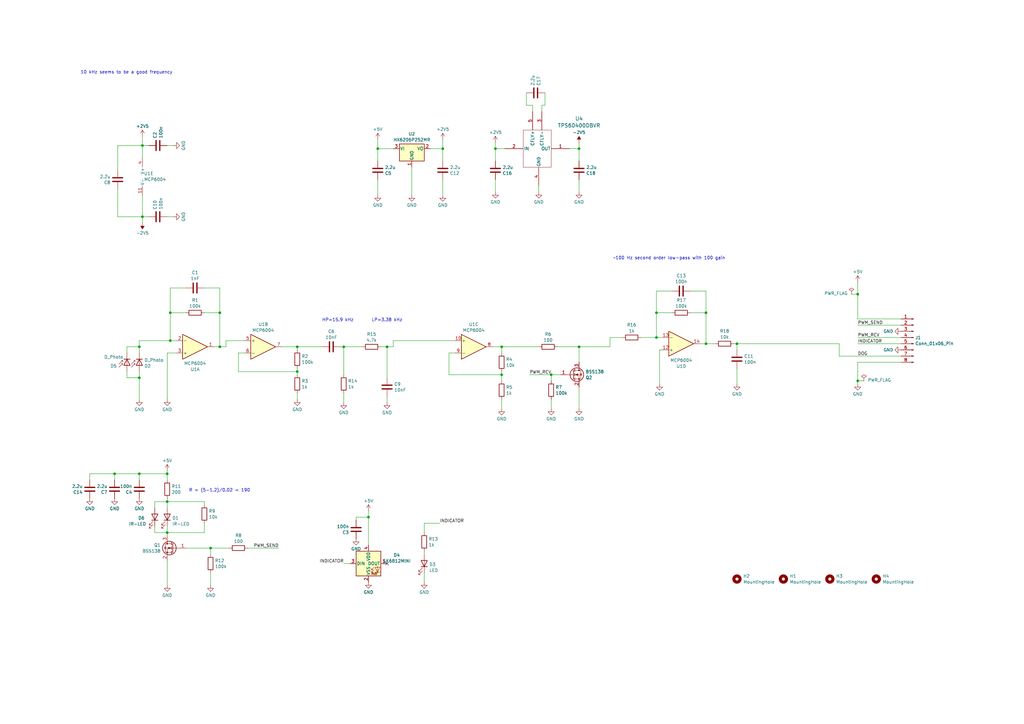
<source format=kicad_sch>
(kicad_sch (version 20231120) (generator "eeschema") (generator_version "8.0")
  (paper "A3")
  (title_block (date "2024-01-23") (rev "A1"))
  (lib_symbols
    (symbol "Amplifier_Operational:MCP6004" (pin_names (offset 0.127))
      (property "Reference" "U" (at 0 5.08 0))
      (property "Value" "MCP6004" (at 0 -5.08 0))
      (symbol "MCP6004_1_1"
        (polyline (pts (xy -5.08 5.08) (xy 5.08 0) (xy -5.08 -5.08) (xy -5.08 5.08)) (stroke (width 0.254)) (fill (type background)))
        (pin output line (at 7.62 0 180) (length 2.54) (name "~") (number "1"))
        (pin input line (at -7.62 -2.54 0) (length 2.54) (name "-") (number "2"))
        (pin input line (at -7.62 2.54 0) (length 2.54) (name "+") (number "3"))
      )
      (symbol "MCP6004_2_1"
        (polyline (pts (xy -5.08 5.08) (xy 5.08 0) (xy -5.08 -5.08) (xy -5.08 5.08)) (stroke (width 0.254)) (fill (type background)))
        (pin input line (at -7.62 2.54 0) (length 2.54) (name "+") (number "5"))
        (pin input line (at -7.62 -2.54 0) (length 2.54) (name "-") (number "6"))
        (pin output line (at 7.62 0 180) (length 2.54) (name "~") (number "7"))
      )
      (symbol "MCP6004_3_1"
        (polyline (pts (xy -5.08 5.08) (xy 5.08 0) (xy -5.08 -5.08) (xy -5.08 5.08)) (stroke (width 0.254)) (fill (type background)))
        (pin input line (at -7.62 2.54 0) (length 2.54) (name "+") (number "10"))
        (pin output line (at 7.62 0 180) (length 2.54) (name "~") (number "8"))
        (pin input line (at -7.62 -2.54 0) (length 2.54) (name "-") (number "9"))
      )
      (symbol "MCP6004_4_1"
        (polyline (pts (xy -5.08 5.08) (xy 5.08 0) (xy -5.08 -5.08) (xy -5.08 5.08)) (stroke (width 0.254)) (fill (type background)))
        (pin input line (at -7.62 2.54 0) (length 2.54) (name "+") (number "12"))
        (pin input line (at -7.62 -2.54 0) (length 2.54) (name "-") (number "13"))
        (pin output line (at 7.62 0 180) (length 2.54) (name "~") (number "14"))
      )
      (symbol "MCP6004_5_1"
        (pin power_in line (at -2.54 -7.62 90) (length 3.81) (name "V-") (number "11"))
        (pin power_in line (at -2.54 7.62 270) (length 3.81) (name "V+") (number "4"))
      )
    )
    (symbol "Connector:Conn_01x08_Pin" (pin_names (offset 1.016) hide)
      (property "Reference" "J" (at 0 10.16 0))
      (property "Value" "Conn_01x08_Pin" (at 0 -12.7 0))
      (symbol "Conn_01x08_Pin_1_1"
        (polyline (pts (xy 1.27 -10.16) (xy 0.8636 -10.16)) (stroke (width 0.1524)))
        (polyline (pts (xy 1.27 -7.62) (xy 0.8636 -7.62)) (stroke (width 0.1524)))
        (polyline (pts (xy 1.27 -5.08) (xy 0.8636 -5.08)) (stroke (width 0.1524)))
        (polyline (pts (xy 1.27 -2.54) (xy 0.8636 -2.54)) (stroke (width 0.1524)))
        (polyline (pts (xy 1.27 0) (xy 0.8636 0)) (stroke (width 0.1524)))
        (polyline (pts (xy 1.27 2.54) (xy 0.8636 2.54)) (stroke (width 0.1524)))
        (polyline (pts (xy 1.27 5.08) (xy 0.8636 5.08)) (stroke (width 0.1524)))
        (polyline (pts (xy 1.27 7.62) (xy 0.8636 7.62)) (stroke (width 0.1524)))
        (rectangle (start 0.8636 -10.033) (end 0 -10.287) (stroke (width 0.1524)) (fill (type outline)))
        (rectangle (start 0.8636 -7.493) (end 0 -7.747) (stroke (width 0.1524)) (fill (type outline)))
        (rectangle (start 0.8636 -4.953) (end 0 -5.207) (stroke (width 0.1524)) (fill (type outline)))
        (rectangle (start 0.8636 -2.413) (end 0 -2.667) (stroke (width 0.1524)) (fill (type outline)))
        (rectangle (start 0.8636 0.127) (end 0 -0.127) (stroke (width 0.1524)) (fill (type outline)))
        (rectangle (start 0.8636 2.667) (end 0 2.413) (stroke (width 0.1524)) (fill (type outline)))
        (rectangle (start 0.8636 5.207) (end 0 4.953) (stroke (width 0.1524)) (fill (type outline)))
        (rectangle (start 0.8636 7.747) (end 0 7.493) (stroke (width 0.1524)) (fill (type outline)))
        (pin passive line (at 5.08 7.62 180) (length 3.81) (name "Pin_1") (number "1"))
        (pin passive line (at 5.08 5.08 180) (length 3.81) (name "Pin_2") (number "2"))
        (pin passive line (at 5.08 2.54 180) (length 3.81) (name "Pin_3") (number "3"))
        (pin passive line (at 5.08 0 180) (length 3.81) (name "Pin_4") (number "4"))
        (pin passive line (at 5.08 -2.54 180) (length 3.81) (name "Pin_5") (number "5"))
        (pin passive line (at 5.08 -5.08 180) (length 3.81) (name "Pin_6") (number "6"))
        (pin passive line (at 5.08 -7.62 180) (length 3.81) (name "Pin_7") (number "7"))
        (pin passive line (at 5.08 -10.16 180) (length 3.81) (name "Pin_8") (number "8"))
      )
    )
    (symbol "Devent:TPS60400DBVR" (pin_names (offset 0.254))
      (property "Reference" "U" (at 13.97 8.89 0))
      (property "Value" "TPS60400DBVR" (at 13.97 6.35 0))
      (symbol "TPS60400DBVR_0_1"
        (polyline (pts (xy 7.62 -10.16) (xy 19.05 -10.16)) (stroke (width 0.127)))
        (polyline (pts (xy 7.62 5.08) (xy 7.62 -10.16)) (stroke (width 0.127)))
        (polyline (pts (xy 19.05 -10.16) (xy 19.05 5.08)) (stroke (width 0.127)))
        (polyline (pts (xy 19.05 5.08) (xy 7.62 5.08)) (stroke (width 0.127)))
      )
      (symbol "TPS60400DBVR_1_1"
        (pin power_out line (at 26.67 -2.54 180) (length 7.62) (name "OUT") (number "1"))
        (pin power_in line (at 0 -2.54 0) (length 7.62) (name "IN") (number "2"))
        (pin passive line (at 15.24 12.7 270) (length 7.62) (name "CFLY-") (number "3"))
        (pin power_in line (at 13.97 -17.78 90) (length 7.62) (name "GND") (number "4"))
        (pin passive line (at 11.43 12.7 270) (length 7.62) (name "CFLY+") (number "5"))
      )
    )
    (symbol "Device:C" (pin_numbers hide) (pin_names (offset 0.254))
      (property "Reference" "C" (at 0.635 2.54 0))
      (property "Value" "C" (at 0.635 -2.54 0))
      (symbol "C_0_1"
        (polyline (pts (xy -2.032 -0.762) (xy 2.032 -0.762)) (stroke (width 0.508)))
        (polyline (pts (xy -2.032 0.762) (xy 2.032 0.762)) (stroke (width 0.508)))
      )
      (symbol "C_1_1"
        (pin passive line (at 0 3.81 270) (length 2.794) (name "~") (number "1"))
        (pin passive line (at 0 -3.81 90) (length 2.794) (name "~") (number "2"))
      )
    )
    (symbol "Device:D_Photo" (pin_numbers hide) (pin_names hide)
      (property "Reference" "D" (at 0.508 1.778 0))
      (property "Value" "D_Photo" (at -1.016 -2.794 0))
      (symbol "D_Photo_0_1"
        (polyline (pts (xy -2.54 1.27) (xy -2.54 -1.27)) (stroke (width 0.254)))
        (polyline (pts (xy -2.032 1.778) (xy -1.524 1.778)))
        (polyline (pts (xy 0 0) (xy -2.54 0)))
        (polyline (pts (xy -0.508 3.302) (xy -2.032 1.778) (xy -2.032 2.286)))
        (polyline (pts (xy 0 -1.27) (xy 0 1.27) (xy -2.54 0) (xy 0 -1.27)) (stroke (width 0.254)))
        (polyline (pts (xy 0.762 3.302) (xy -0.762 1.778) (xy -0.762 2.286) (xy -0.762 1.778) (xy -0.254 1.778)))
      )
      (symbol "D_Photo_1_1"
        (pin passive line (at -5.08 0 0) (length 2.54) (name "K") (number "1"))
        (pin passive line (at 2.54 0 180) (length 2.54) (name "A") (number "2"))
      )
    )
    (symbol "Device:LED" (pin_numbers hide) (pin_names (offset 1.016) hide)
      (property "Reference" "D" (at 0 2.54 0))
      (property "Value" "LED" (at 0 -2.54 0))
      (symbol "LED_0_1"
        (polyline (pts (xy -1.27 -1.27) (xy -1.27 1.27)) (stroke (width 0.254)))
        (polyline (pts (xy -1.27 0) (xy 1.27 0)))
        (polyline (pts (xy 1.27 -1.27) (xy 1.27 1.27) (xy -1.27 0) (xy 1.27 -1.27)) (stroke (width 0.254)))
        (polyline (pts (xy -3.048 -0.762) (xy -4.572 -2.286) (xy -3.81 -2.286) (xy -4.572 -2.286) (xy -4.572 -1.524)))
        (polyline (pts (xy -1.778 -0.762) (xy -3.302 -2.286) (xy -2.54 -2.286) (xy -3.302 -2.286) (xy -3.302 -1.524)))
      )
      (symbol "LED_1_1"
        (pin passive line (at -3.81 0 0) (length 2.54) (name "K") (number "1"))
        (pin passive line (at 3.81 0 180) (length 2.54) (name "A") (number "2"))
      )
    )
    (symbol "Device:R" (pin_numbers hide) (pin_names (offset 0))
      (property "Reference" "R" (at 2.032 0 90))
      (property "Value" "R" (at 0 0 90))
      (symbol "R_0_1"
        (rectangle (start -1.016 -2.54) (end 1.016 2.54) (stroke (width 0.254)))
      )
      (symbol "R_1_1"
        (pin passive line (at 0 3.81 270) (length 1.27) (name "~") (number "1"))
        (pin passive line (at 0 -3.81 90) (length 1.27) (name "~") (number "2"))
      )
    )
    (symbol "LED:SK6812MINI" (pin_names (offset 0.254))
      (property "Reference" "D" (at 5.08 5.715 0))
      (property "Value" "SK6812MINI" (at 1.27 -5.715 0))
      (symbol "SK6812MINI_0_0"
        (text "RGB" (at 2.286 -4.191 0) (effects (font (size 0.762 0.762))))
      )
      (symbol "SK6812MINI_0_1"
        (polyline (pts (xy 1.27 -3.556) (xy 1.778 -3.556)))
        (polyline (pts (xy 1.27 -2.54) (xy 1.778 -2.54)))
        (polyline (pts (xy 4.699 -3.556) (xy 2.667 -3.556)))
        (polyline (pts (xy 2.286 -2.54) (xy 1.27 -3.556) (xy 1.27 -3.048)))
        (polyline (pts (xy 2.286 -1.524) (xy 1.27 -2.54) (xy 1.27 -2.032)))
        (polyline (pts (xy 3.683 -1.016) (xy 3.683 -3.556) (xy 3.683 -4.064)))
        (polyline (pts (xy 4.699 -1.524) (xy 2.667 -1.524) (xy 3.683 -3.556) (xy 4.699 -1.524)))
        (rectangle (start 5.08 5.08) (end -5.08 -5.08) (stroke (width 0.254)) (fill (type background)))
      )
      (symbol "SK6812MINI_1_1"
        (pin output line (at 7.62 0 180) (length 2.54) (name "DOUT") (number "1"))
        (pin power_in line (at 0 -7.62 90) (length 2.54) (name "VSS") (number "2"))
        (pin input line (at -7.62 0 0) (length 2.54) (name "DIN") (number "3"))
        (pin power_in line (at 0 7.62 270) (length 2.54) (name "VDD") (number "4"))
      )
    )
    (symbol "Mechanical:MountingHole" (pin_names (offset 1.016))
      (property "Reference" "H" (at 0 5.08 0))
      (property "Value" "MountingHole" (at 0 3.175 0))
      (symbol "MountingHole_0_1"
        (circle (center 0 0) (radius 1.27) (stroke (width 1.27)))
      )
    )
    (symbol "Regulator_Linear:XC6206PxxxMR" (pin_names (offset 0.254))
      (property "Reference" "U" (at -3.81 3.175 0))
      (property "Value" "XC6206PxxxMR" (at 0 3.175 0))
      (symbol "XC6206PxxxMR_0_1"
        (rectangle (start -5.08 1.905) (end 5.08 -5.08) (stroke (width 0.254)) (fill (type background)))
      )
      (symbol "XC6206PxxxMR_1_1"
        (pin power_in line (at 0 -7.62 90) (length 2.54) (name "GND") (number "1"))
        (pin power_out line (at 7.62 0 180) (length 2.54) (name "VO") (number "2"))
        (pin power_in line (at -7.62 0 0) (length 2.54) (name "VI") (number "3"))
      )
    )
    (symbol "Transistor_FET:BSS138" (pin_names hide)
      (property "Reference" "Q" (at 5.08 1.905 0))
      (property "Value" "BSS138" (at 5.08 0 0))
      (symbol "BSS138_0_1"
        (polyline (pts (xy 0.254 0) (xy -2.54 0)))
        (polyline (pts (xy 0.254 1.905) (xy 0.254 -1.905)) (stroke (width 0.254)))
        (polyline (pts (xy 0.762 -1.27) (xy 0.762 -2.286)) (stroke (width 0.254)))
        (polyline (pts (xy 0.762 0.508) (xy 0.762 -0.508)) (stroke (width 0.254)))
        (polyline (pts (xy 0.762 2.286) (xy 0.762 1.27)) (stroke (width 0.254)))
        (polyline (pts (xy 2.54 2.54) (xy 2.54 1.778)))
        (polyline (pts (xy 2.54 -2.54) (xy 2.54 0) (xy 0.762 0)))
        (polyline (pts (xy 0.762 -1.778) (xy 3.302 -1.778) (xy 3.302 1.778) (xy 0.762 1.778)))
        (polyline (pts (xy 1.016 0) (xy 2.032 0.381) (xy 2.032 -0.381) (xy 1.016 0)) (fill (type outline)))
        (polyline (pts (xy 2.794 0.508) (xy 2.921 0.381) (xy 3.683 0.381) (xy 3.81 0.254)))
        (polyline (pts (xy 3.302 0.381) (xy 2.921 -0.254) (xy 3.683 -0.254) (xy 3.302 0.381)))
        (circle (center 1.651 0) (radius 2.794) (stroke (width 0.254)))
        (circle (center 2.54 -1.778) (radius 0.254) (fill (type outline)))
        (circle (center 2.54 1.778) (radius 0.254) (fill (type outline)))
      )
      (symbol "BSS138_1_1"
        (pin input line (at -5.08 0 0) (length 2.54) (name "G") (number "1"))
        (pin passive line (at 2.54 -5.08 90) (length 2.54) (name "S") (number "2"))
        (pin passive line (at 2.54 5.08 270) (length 2.54) (name "D") (number "3"))
      )
    )
    (symbol "power:+2V5" (power) (pin_names (offset 0))
      (property "Value" "+2V5" (at 0 3.556 0))
      (symbol "+2V5_0_1"
        (polyline (pts (xy -0.762 1.27) (xy 0 2.54)))
        (polyline (pts (xy 0 0) (xy 0 2.54)))
        (polyline (pts (xy 0 2.54) (xy 0.762 1.27)))
      )
      (symbol "+2V5_1_1"
        (pin power_in line (at 0 0 90) (length 0) hide (name "+2V5") (number "1"))
      )
    )
    (symbol "power:+5V" (power) (pin_names (offset 0))
      (property "Value" "+5V" (at 0 3.556 0))
      (symbol "+5V_0_1"
        (polyline (pts (xy -0.762 1.27) (xy 0 2.54)))
        (polyline (pts (xy 0 0) (xy 0 2.54)))
        (polyline (pts (xy 0 2.54) (xy 0.762 1.27)))
      )
      (symbol "+5V_1_1"
        (pin power_in line (at 0 0 90) (length 0) hide (name "+5V") (number "1"))
      )
    )
    (symbol "power:-2V5" (power) (pin_names (offset 0))
      (property "Value" "-2V5" (at 0 3.81 0))
      (symbol "-2V5_0_0"
        (pin power_in line (at 0 0 90) (length 0) hide (name "-2V5") (number "1"))
      )
      (symbol "-2V5_0_1"
        (polyline (pts (xy 0 0) (xy 0 1.27) (xy 0.762 1.27) (xy 0 2.54) (xy -0.762 1.27) (xy 0 1.27)) (fill (type outline)))
      )
    )
    (symbol "power:GND" (power) (pin_names (offset 0))
      (property "Value" "GND" (at 0 -3.81 0))
      (symbol "GND_0_1"
        (polyline (pts (xy 0 0) (xy 0 -1.27) (xy 1.27 -1.27) (xy 0 -2.54) (xy -1.27 -1.27) (xy 0 -1.27)))
      )
      (symbol "GND_1_1"
        (pin power_in line (at 0 0 270) (length 0) hide (name "GND") (number "1"))
      )
    )
    (symbol "power:PWR_FLAG" (power) (pin_numbers hide) (pin_names (offset 0) hide)
      (property "Value" "PWR_FLAG" (at 0 3.81 0))
      (symbol "PWR_FLAG_0_0"
        (pin power_out line (at 0 0 90) (length 0) (name "pwr") (number "1"))
      )
      (symbol "PWR_FLAG_0_1"
        (polyline (pts (xy 0 0) (xy 0 1.27) (xy -1.016 1.905) (xy 0 2.54) (xy 1.016 1.905) (xy 0 1.27)))
      )
    )
  )
  (junction (at 90.17 128.27))
  (junction (at 57.15 142.24))
  (junction (at 226.06 153.67))
  (junction (at 302.26 140.97))
  (junction (at 203.2 60.96))
  (junction (at 46.99 194.31))
  (junction (at 58.42 88.9))
  (junction (at 69.85 139.7))
  (junction (at 57.15 194.31))
  (junction (at 58.42 59.69))
  (junction (at 237.49 142.24))
  (junction (at 57.15 154.94))
  (junction (at 205.74 153.67))
  (junction (at 154.94 60.96))
  (junction (at 90.17 142.24))
  (junction (at 121.92 152.4))
  (junction (at 351.79 156.21))
  (junction (at 68.58 218.44))
  (junction (at 289.56 128.27))
  (junction (at 351.79 120.65))
  (junction (at 69.85 128.27))
  (junction (at 140.97 142.24))
  (junction (at 205.74 142.24))
  (junction (at 181.61 60.96))
  (junction (at 269.24 138.43))
  (junction (at 237.49 60.96))
  (junction (at 68.58 205.74))
  (junction (at 158.75 142.24))
  (junction (at 121.92 142.24))
  (junction (at 151.13 212.09))
  (junction (at 269.24 128.27))
  (junction (at 68.58 194.31))
  (junction (at 289.56 140.97))
  (junction (at 86.36 224.79))
  (no_connect (at 158.75 231.14))
  (wire (pts (xy 176.53 60.96) (xy 181.61 60.96)))
  (wire (pts (xy 344.17 140.97) (xy 344.17 146.05)))
  (wire (pts (xy 161.29 60.96) (xy 154.94 60.96)))
  (wire (pts (xy 68.58 208.28) (xy 68.58 205.74)))
  (wire (pts (xy 63.5 218.44) (xy 68.58 218.44)))
  (wire (pts (xy 92.71 139.7) (xy 100.33 139.7)))
  (wire (pts (xy 181.61 60.96) (xy 181.61 66.04)))
  (wire (pts (xy 237.49 60.96) (xy 237.49 66.04)))
  (wire (pts (xy 237.49 158.75) (xy 237.49 167.64)))
  (wire (pts (xy 58.42 55.88) (xy 58.42 59.69)))
  (wire (pts (xy 68.58 59.69) (xy 71.12 59.69)))
  (wire (pts (xy 90.17 128.27) (xy 90.17 142.24)))
  (wire (pts (xy 83.82 128.27) (xy 90.17 128.27)))
  (wire (pts (xy 57.15 142.24) (xy 57.15 139.7)))
  (wire (pts (xy 215.9 38.1) (xy 215.9 43.18)))
  (wire (pts (xy 158.75 162.56) (xy 158.75 165.1)))
  (wire (pts (xy 63.5 215.9) (xy 63.5 218.44)))
  (wire (pts (xy 63.5 205.74) (xy 68.58 205.74)))
  (wire (pts (xy 205.74 153.67) (xy 205.74 156.21)))
  (wire (pts (xy 205.74 142.24) (xy 220.98 142.24)))
  (wire (pts (xy 186.69 144.78) (xy 184.15 144.78)))
  (wire (pts (xy 349.25 120.65) (xy 351.79 120.65)))
  (wire (pts (xy 289.56 119.38) (xy 289.56 128.27)))
  (wire (pts (xy 97.79 152.4) (xy 121.92 152.4)))
  (wire (pts (xy 69.85 139.7) (xy 69.85 128.27)))
  (wire (pts (xy 173.99 226.06) (xy 173.99 227.33)))
  (wire (pts (xy 121.92 151.13) (xy 121.92 152.4)))
  (wire (pts (xy 250.19 142.24) (xy 250.19 138.43)))
  (wire (pts (xy 158.75 142.24) (xy 158.75 154.94)))
  (wire (pts (xy 146.05 212.09) (xy 151.13 212.09)))
  (wire (pts (xy 161.29 139.7) (xy 161.29 142.24)))
  (wire (pts (xy 86.36 224.79) (xy 86.36 227.33)))
  (wire (pts (xy 90.17 142.24) (xy 87.63 142.24)))
  (wire (pts (xy 68.58 218.44) (xy 68.58 219.71)))
  (wire (pts (xy 58.42 59.69) (xy 60.96 59.69)))
  (wire (pts (xy 52.07 142.24) (xy 57.15 142.24)))
  (wire (pts (xy 203.2 60.96) (xy 203.2 66.04)))
  (wire (pts (xy 68.58 205.74) (xy 83.82 205.74)))
  (wire (pts (xy 218.44 43.18) (xy 215.9 43.18)))
  (wire (pts (xy 223.52 38.1) (xy 223.52 43.18)))
  (wire (pts (xy 57.15 144.78) (xy 57.15 142.24)))
  (wire (pts (xy 52.07 154.94) (xy 57.15 154.94)))
  (wire (pts (xy 52.07 152.4) (xy 52.07 154.94)))
  (wire (pts (xy 181.61 80.01) (xy 181.61 73.66)))
  (wire (pts (xy 218.44 45.72) (xy 218.44 43.18)))
  (wire (pts (xy 226.06 163.83) (xy 226.06 167.64)))
  (wire (pts (xy 269.24 138.43) (xy 271.78 138.43)))
  (wire (pts (xy 233.68 60.96) (xy 237.49 60.96)))
  (wire (pts (xy 69.85 128.27) (xy 76.2 128.27)))
  (wire (pts (xy 237.49 142.24) (xy 237.49 148.59)))
  (wire (pts (xy 148.59 142.24) (xy 140.97 142.24)))
  (wire (pts (xy 201.93 142.24) (xy 205.74 142.24)))
  (wire (pts (xy 207.01 60.96) (xy 203.2 60.96)))
  (wire (pts (xy 289.56 128.27) (xy 289.56 140.97)))
  (wire (pts (xy 226.06 153.67) (xy 229.87 153.67)))
  (wire (pts (xy 68.58 229.87) (xy 68.58 240.03)))
  (wire (pts (xy 57.15 139.7) (xy 69.85 139.7)))
  (wire (pts (xy 351.79 115.57) (xy 351.79 120.65)))
  (wire (pts (xy 151.13 209.55) (xy 151.13 212.09)))
  (wire (pts (xy 76.2 224.79) (xy 86.36 224.79)))
  (wire (pts (xy 57.15 154.94) (xy 57.15 163.83)))
  (wire (pts (xy 222.25 43.18) (xy 223.52 43.18)))
  (wire (pts (xy 121.92 163.83) (xy 121.92 161.29)))
  (wire (pts (xy 154.94 60.96) (xy 154.94 57.15)))
  (wire (pts (xy 237.49 60.96) (xy 237.49 58.42)))
  (wire (pts (xy 173.99 234.95) (xy 173.99 238.76)))
  (wire (pts (xy 90.17 118.11) (xy 90.17 128.27)))
  (wire (pts (xy 228.6 142.24) (xy 237.49 142.24)))
  (wire (pts (xy 289.56 140.97) (xy 287.02 140.97)))
  (wire (pts (xy 68.58 88.9) (xy 71.12 88.9)))
  (wire (pts (xy 83.82 207.01) (xy 83.82 205.74)))
  (wire (pts (xy 57.15 152.4) (xy 57.15 154.94)))
  (wire (pts (xy 90.17 142.24) (xy 92.71 142.24)))
  (wire (pts (xy 269.24 128.27) (xy 269.24 138.43)))
  (wire (pts (xy 57.15 194.31) (xy 46.99 194.31)))
  (wire (pts (xy 121.92 142.24) (xy 132.08 142.24)))
  (wire (pts (xy 121.92 142.24) (xy 121.92 143.51)))
  (wire (pts (xy 269.24 128.27) (xy 275.59 128.27)))
  (wire (pts (xy 46.99 194.31) (xy 46.99 196.85)))
  (wire (pts (xy 344.17 146.05) (xy 369.57 146.05)))
  (wire (pts (xy 262.89 138.43) (xy 269.24 138.43)))
  (wire (pts (xy 48.26 59.69) (xy 48.26 69.85)))
  (wire (pts (xy 58.42 59.69) (xy 58.42 64.77)))
  (wire (pts (xy 48.26 77.47) (xy 48.26 88.9)))
  (wire (pts (xy 97.79 144.78) (xy 97.79 152.4)))
  (wire (pts (xy 271.78 143.51) (xy 270.51 143.51)))
  (wire (pts (xy 86.36 234.95) (xy 86.36 240.03)))
  (wire (pts (xy 154.94 60.96) (xy 154.94 66.04)))
  (wire (pts (xy 151.13 212.09) (xy 151.13 223.52)))
  (wire (pts (xy 161.29 139.7) (xy 186.69 139.7)))
  (wire (pts (xy 205.74 142.24) (xy 205.74 144.78)))
  (wire (pts (xy 220.98 78.74) (xy 220.98 76.2)))
  (wire (pts (xy 270.51 143.51) (xy 270.51 157.48)))
  (wire (pts (xy 48.26 88.9) (xy 58.42 88.9)))
  (wire (pts (xy 140.97 161.29) (xy 140.97 165.1)))
  (wire (pts (xy 283.21 128.27) (xy 289.56 128.27)))
  (wire (pts (xy 205.74 163.83) (xy 205.74 167.64)))
  (wire (pts (xy 52.07 144.78) (xy 52.07 142.24)))
  (wire (pts (xy 146.05 213.36) (xy 146.05 212.09)))
  (wire (pts (xy 351.79 156.21) (xy 351.79 148.59)))
  (wire (pts (xy 269.24 119.38) (xy 269.24 128.27)))
  (wire (pts (xy 158.75 142.24) (xy 161.29 142.24)))
  (wire (pts (xy 237.49 73.66) (xy 237.49 78.74)))
  (wire (pts (xy 58.42 91.44) (xy 58.42 88.9)))
  (wire (pts (xy 68.58 194.31) (xy 68.58 196.85)))
  (wire (pts (xy 302.26 140.97) (xy 344.17 140.97)))
  (wire (pts (xy 139.7 142.24) (xy 140.97 142.24)))
  (wire (pts (xy 101.6 224.79) (xy 114.3 224.79)))
  (wire (pts (xy 351.79 120.65) (xy 351.79 130.81)))
  (wire (pts (xy 63.5 205.74) (xy 63.5 208.28)))
  (wire (pts (xy 205.74 152.4) (xy 205.74 153.67)))
  (wire (pts (xy 351.79 157.48) (xy 351.79 156.21)))
  (wire (pts (xy 226.06 153.67) (xy 226.06 156.21)))
  (wire (pts (xy 57.15 196.85) (xy 57.15 194.31)))
  (wire (pts (xy 181.61 57.15) (xy 181.61 60.96)))
  (wire (pts (xy 351.79 138.43) (xy 369.57 138.43)))
  (wire (pts (xy 68.58 218.44) (xy 83.82 218.44)))
  (wire (pts (xy 83.82 214.63) (xy 83.82 218.44)))
  (wire (pts (xy 68.58 144.78) (xy 68.58 163.83)))
  (wire (pts (xy 168.91 80.01) (xy 168.91 68.58)))
  (wire (pts (xy 72.39 144.78) (xy 68.58 144.78)))
  (wire (pts (xy 140.97 142.24) (xy 140.97 153.67)))
  (wire (pts (xy 269.24 119.38) (xy 275.59 119.38)))
  (wire (pts (xy 222.25 45.72) (xy 222.25 43.18)))
  (wire (pts (xy 250.19 138.43) (xy 255.27 138.43)))
  (wire (pts (xy 69.85 118.11) (xy 76.2 118.11)))
  (wire (pts (xy 156.21 142.24) (xy 158.75 142.24)))
  (wire (pts (xy 57.15 194.31) (xy 68.58 194.31)))
  (wire (pts (xy 302.26 140.97) (xy 302.26 143.51)))
  (wire (pts (xy 203.2 60.96) (xy 203.2 58.42)))
  (wire (pts (xy 154.94 80.01) (xy 154.94 73.66)))
  (wire (pts (xy 289.56 140.97) (xy 293.37 140.97)))
  (wire (pts (xy 60.96 88.9) (xy 58.42 88.9)))
  (wire (pts (xy 184.15 144.78) (xy 184.15 153.67)))
  (wire (pts (xy 69.85 139.7) (xy 72.39 139.7)))
  (wire (pts (xy 180.34 214.63) (xy 173.99 214.63)))
  (wire (pts (xy 68.58 205.74) (xy 68.58 204.47)))
  (wire (pts (xy 351.79 140.97) (xy 369.57 140.97)))
  (wire (pts (xy 100.33 144.78) (xy 97.79 144.78)))
  (wire (pts (xy 300.99 140.97) (xy 302.26 140.97)))
  (wire (pts (xy 369.57 133.35) (xy 351.79 133.35)))
  (wire (pts (xy 86.36 224.79) (xy 93.98 224.79)))
  (wire (pts (xy 173.99 214.63) (xy 173.99 218.44)))
  (wire (pts (xy 58.42 88.9) (xy 58.42 80.01)))
  (wire (pts (xy 69.85 128.27) (xy 69.85 118.11)))
  (wire (pts (xy 92.71 139.7) (xy 92.71 142.24)))
  (wire (pts (xy 68.58 215.9) (xy 68.58 218.44)))
  (wire (pts (xy 351.79 148.59) (xy 369.57 148.59)))
  (wire (pts (xy 369.57 130.81) (xy 351.79 130.81)))
  (wire (pts (xy 250.19 142.24) (xy 237.49 142.24)))
  (wire (pts (xy 36.83 194.31) (xy 36.83 196.85)))
  (wire (pts (xy 184.15 153.67) (xy 205.74 153.67)))
  (wire (pts (xy 58.42 59.69) (xy 48.26 59.69)))
  (wire (pts (xy 121.92 152.4) (xy 121.92 153.67)))
  (wire (pts (xy 283.21 119.38) (xy 289.56 119.38)))
  (wire (pts (xy 68.58 193.04) (xy 68.58 194.31)))
  (wire (pts (xy 217.17 153.67) (xy 226.06 153.67)))
  (wire (pts (xy 302.26 151.13) (xy 302.26 157.48)))
  (wire (pts (xy 351.79 156.21) (xy 354.33 156.21)))
  (wire (pts (xy 36.83 194.31) (xy 46.99 194.31)))
  (wire (pts (xy 115.57 142.24) (xy 121.92 142.24)))
  (wire (pts (xy 83.82 118.11) (xy 90.17 118.11)))
  (wire (pts (xy 140.97 231.14) (xy 143.51 231.14)))
  (wire (pts (xy 203.2 78.74) (xy 203.2 73.66)))
  (text "R = (5-1.2)/0.02 = 190" (at 77.47 201.93 0) (effects (font (size 1.27 1.27)) (justify left bottom)))
  (text "LP=3.38 kHz\n" (at 152.4 132.08 0) (effects (font (size 1.27 1.27)) (justify left bottom)))
  (text "10 kHz seems to be a good frequency \n" (at 33.02 30.48 0) (effects (font (size 1.27 1.27)) (justify left bottom)))
  (text "HP=15.9 kHz\n" (at 132.08 132.08 0) (effects (font (size 1.27 1.27)) (justify left bottom)))
  (text "~100 Hz second order low-pass with 100 gain" (at 251.46 106.68 0) (effects (font (size 1.27 1.27)) (justify left bottom)))
  (label "PWM_RCV" (at 217.17 153.67 0))
  (label "INDICATOR" (at 351.79 140.97 0))
  (label "PWM_SEND" (at 114.3 224.79 180))
  (label "INDICATOR" (at 140.97 231.14 180))
  (label "INDICATOR" (at 180.34 214.63 0))
  (label "DOG" (at 351.79 146.05 0))
  (label "PWM_RCV" (at 351.79 138.43 0))
  (label "PWM_SEND" (at 351.79 133.35 0))
  (symbol (lib_id "Connector:Conn_01x08_Pin") (at 374.65 138.43 0) (mirror y) (unit 1)
    (property "Reference" "J1" (at 375.3612 138.4879 0) (effects (justify right)))
    (property "Value" "Conn_01x06_Pin" (at 375.3612 140.9121 0) (effects (justify right)))
    (property "Footprint" "Connector_JST:JST_SUR_BM08B-SURS-TF_1x08-1MP_P0.80mm_Vertical" (effects (hide yes)))
    (property "MPN" "BM08B-SURS-TF(LF)(SN)" (effects (hide yes)))
    (property "SPN" "C5143489" (effects (hide yes)))
  )
  (symbol (lib_id "Device:R") (at 68.58 200.66 180) (unit 1)
    (property "Reference" "R11" (at 70.358 199.4479 0) (effects (justify right)))
    (property "Value" "200" (at 70.358 201.8721 0) (effects (justify right)))
    (property "Footprint" "Resistor_SMD:R_0402_1005Metric" (effects (hide yes)))
    (property "MPN" "RC0402FR-07200RL" (effects (hide yes)))
    (property "SPN" "C114764" (effects (hide yes)))
  )
  (symbol (lib_id "power:GND") (at 121.92 163.83 0) (mirror y) (unit 1)
    (property "Reference" "#PWR03" (effects (hide yes)))
    (property "Value" "GND" (at 121.92 167.9631 0))
  )
  (symbol (lib_id "power:GND") (at 270.51 157.48 0) (unit 1)
    (property "Reference" "#PWR025" (effects (hide yes)))
    (property "Value" "GND" (at 270.51 161.6131 0))
  )
  (symbol (lib_id "power:GND") (at 154.94 80.01 0) (mirror y) (unit 1)
    (property "Reference" "#PWR030" (effects (hide yes)))
    (property "Value" "GND" (at 154.94 84.1431 0))
  )
  (symbol (lib_id "Amplifier_Operational:MCP6004") (at 60.96 72.39 0) (unit 5)
    (property "Reference" "U1" (at 59.055 71.1779 0) (effects (justify left)))
    (property "Value" "MCP6004" (at 59.055 73.6021 0) (effects (justify left)))
    (property "Footprint" "Package_SO:SOIC-14_3.9x8.7mm_P1.27mm" (effects (hide yes)))
    (property "Datasheet" "http://ww1.microchip.com/downloads/en/DeviceDoc/21733j.pdf" (effects (hide yes)))
    (property "MPN" "MCP6004T-I/SL" (effects (hide yes)))
    (property "SPN" "C7378" (effects (hide yes)))
  )
  (symbol (lib_id "power:GND") (at 369.57 135.89 270) (unit 1)
    (property "Reference" "#PWR010" (effects (hide yes)))
    (property "Value" "GND" (at 366.3951 135.89 90) (effects (justify right)))
  )
  (symbol (lib_id "Device:LED") (at 63.5 212.09 270) (mirror x) (unit 1)
    (property "Reference" "D6" (at 56.642 212.4654 90) (effects (justify left)))
    (property "Value" "IR-LED" (at 52.832 214.8896 90) (effects (justify left)))
    (property "Footprint" "LED_THT:LED_D5.0mm" (effects (hide yes)))
    (property "MPN" "VSLY5940" (effects (hide yes)))
  )
  (symbol (lib_id "power:+2V5") (at 58.42 55.88 0) (unit 1)
    (property "Reference" "#PWR05" (effects (hide yes)))
    (property "Value" "+2V5" (at 58.42 51.7469 0))
  )
  (symbol (lib_id "Transistor_FET:BSS138") (at 71.12 224.79 0) (mirror y) (unit 1)
    (property "Reference" "Q1" (at 65.9131 223.5779 0) (effects (justify left)))
    (property "Value" "BSS138" (at 65.9131 226.0021 0) (effects (justify left)))
    (property "Footprint" "Package_TO_SOT_SMD:SOT-23" (effects (hide yes)))
    (property "Datasheet" "https://www.onsemi.com/pub/Collateral/BSS138-D.PDF" (effects (hide yes)))
    (property "MPN" "4530-BSS138CT-ND" (effects (hide yes)))
    (property "SPN" "C112239" (effects (hide yes)))
  )
  (symbol (lib_id "Device:C") (at 46.99 200.66 0) (unit 1)
    (property "Reference" "C7" (at 44.069 201.8721 0) (effects (justify right)))
    (property "Value" "2.2u" (at 44.069 199.4479 0) (effects (justify right)))
    (property "Footprint" "Capacitor_SMD:C_0402_1005Metric" (effects (hide yes)))
    (property "MPN" "CL05A225MQ5NSNC" (effects (hide yes)))
    (property "SPN" "C12530" (effects (hide yes)))
  )
  (symbol (lib_id "power:+2V5") (at 181.61 57.15 0) (mirror y) (unit 1)
    (property "Reference" "#PWR032" (effects (hide yes)))
    (property "Value" "+2V5" (at 181.61 53.0169 0))
  )
  (symbol (lib_id "power:+2V5") (at 203.2 58.42 0) (mirror y) (unit 1)
    (property "Reference" "#PWR034" (effects (hide yes)))
    (property "Value" "+2V5" (at 203.2 54.2869 0))
  )
  (symbol (lib_id "Device:R") (at 121.92 157.48 180) (unit 1)
    (property "Reference" "R3" (at 123.698 156.2679 0) (effects (justify right)))
    (property "Value" "1k" (at 123.698 158.6921 0) (effects (justify right)))
    (property "Footprint" "Resistor_SMD:R_0402_1005Metric" (effects (hide yes)))
    (property "MPN" "RC0402FR-071KL" (effects (hide yes)))
    (property "SPN" "C2935237" (effects (hide yes)))
  )
  (symbol (lib_id "power:-2V5") (at 237.49 58.42 0) (mirror y) (unit 1)
    (property "Reference" "#PWR037" (effects (hide yes)))
    (property "Value" "-2V5" (at 237.49 54.2869 0))
  )
  (symbol (lib_id "Mechanical:MountingHole") (at 302.26 237.49 0) (unit 1)
    (property "Reference" "H2" (at 304.8 236.2779 0) (effects (justify left)))
    (property "Value" "MountingHole" (at 304.8 238.7021 0) (effects (justify left)))
    (property "Footprint" "MountingHole:MountingHole_2.5mm" (effects (hide yes)))
  )
  (symbol (lib_id "power:+5V") (at 351.79 115.57 0) (unit 1)
    (property "Reference" "#PWR09" (effects (hide yes)))
    (property "Value" "+5V" (at 351.79 111.4369 0))
  )
  (symbol (lib_id "Device:C") (at 48.26 73.66 0) (unit 1)
    (property "Reference" "C8" (at 45.339 74.8721 0) (effects (justify right)))
    (property "Value" "2.2u" (at 45.339 72.4479 0) (effects (justify right)))
    (property "Footprint" "Capacitor_SMD:C_0402_1005Metric" (effects (hide yes)))
    (property "MPN" "CL05A225MQ5NSNC" (effects (hide yes)))
    (property "SPN" "C12530" (effects (hide yes)))
  )
  (symbol (lib_id "power:GND") (at 57.15 204.47 0) (unit 1)
    (property "Reference" "#PWR016" (effects (hide yes)))
    (property "Value" "GND" (at 57.15 208.6031 0))
  )
  (symbol (lib_id "power:GND") (at 151.13 238.76 0) (unit 1)
    (property "Reference" "#PWR024" (effects (hide yes)))
    (property "Value" "GND" (at 151.13 242.8931 0))
  )
  (symbol (lib_id "power:+5V") (at 151.13 209.55 0) (unit 1)
    (property "Reference" "#PWR019" (effects (hide yes)))
    (property "Value" "+5V" (at 151.13 205.4169 0))
  )
  (symbol (lib_id "Device:C") (at 64.77 88.9 270) (unit 1)
    (property "Reference" "C10" (at 63.5579 85.979 0) (effects (justify right)))
    (property "Value" "100n" (at 65.9821 85.979 0) (effects (justify right)))
    (property "Footprint" "Capacitor_SMD:C_0402_1005Metric" (effects (hide yes)))
    (property "MPN" "CC0402KRX5R9BB104" (effects (hide yes)))
    (property "SPN" "C105882" (effects (hide yes)))
  )
  (symbol (lib_id "Device:C") (at 279.4 119.38 270) (unit 1)
    (property "Reference" "C13" (at 279.4 113.0767 90))
    (property "Value" "100n" (at 279.4 115.5009 90))
    (property "Footprint" "Capacitor_SMD:C_0402_1005Metric" (effects (hide yes)))
    (property "MPN" "CC0402KRX5R9BB104" (effects (hide yes)))
    (property "SPN" "C105882" (effects (hide yes)))
  )
  (symbol (lib_id "Device:C") (at 237.49 69.85 0) (mirror x) (unit 1)
    (property "Reference" "C18" (at 240.411 71.0621 0) (effects (justify left)))
    (property "Value" "2.2u" (at 240.411 68.6379 0) (effects (justify left)))
    (property "Footprint" "Capacitor_SMD:C_0402_1005Metric" (effects (hide yes)))
    (property "MPN" "CL05A225MQ5NSNC" (effects (hide yes)))
    (property "SPN" "C12530" (effects (hide yes)))
  )
  (symbol (lib_id "power:GND") (at 237.49 78.74 0) (mirror y) (unit 1)
    (property "Reference" "#PWR038" (effects (hide yes)))
    (property "Value" "GND" (at 237.49 82.8731 0))
  )
  (symbol (lib_id "Amplifier_Operational:MCP6004") (at 80.01 142.24 0) (mirror x) (unit 1)
    (property "Reference" "U1" (at 80.01 151.4643 0))
    (property "Value" "MCP6004" (at 80.01 149.0401 0))
    (property "Footprint" "Package_SO:SOIC-14_3.9x8.7mm_P1.27mm" (effects (hide yes)))
    (property "Datasheet" "http://ww1.microchip.com/downloads/en/DeviceDoc/21733j.pdf" (effects (hide yes)))
    (property "MPN" "MCP6004T-I/SL" (effects (hide yes)))
    (property "SPN" "C7378" (effects (hide yes)))
  )
  (symbol (lib_id "Device:C") (at 302.26 147.32 0) (unit 1)
    (property "Reference" "C11" (at 305.181 146.1079 0) (effects (justify left)))
    (property "Value" "100n" (at 305.181 148.5321 0) (effects (justify left)))
    (property "Footprint" "Capacitor_SMD:C_0402_1005Metric" (effects (hide yes)))
    (property "MPN" "CC0402KRX5R9BB104" (effects (hide yes)))
    (property "SPN" "C105882" (effects (hide yes)))
  )
  (symbol (lib_id "Regulator_Linear:XC6206PxxxMR") (at 168.91 60.96 0) (unit 1)
    (property "Reference" "U2" (at 168.91 54.9107 0))
    (property "Value" "HX6206P252MR" (at 168.91 57.3349 0))
    (property "Footprint" "Package_TO_SOT_SMD:SOT-23-3" (effects (hide yes)))
    (property "Datasheet" "https://www.torexsemi.com/file/xc6206/XC6206.pdf" (effects (hide yes)))
    (property "MPN" "HX6206P252MR" (effects (hide yes)))
    (property "SPN" "C296238" (effects (hide yes)))
  )
  (symbol (lib_id "Device:C") (at 158.75 158.75 0) (unit 1)
    (property "Reference" "C9" (at 161.671 157.5379 0) (effects (justify left)))
    (property "Value" "10nF" (at 161.671 159.9621 0) (effects (justify left)))
    (property "Footprint" "Capacitor_SMD:C_0402_1005Metric" (effects (hide yes)))
    (property "MPN" "CC0402KRX7R7BB103" (effects (hide yes)))
    (property "SPN" "C327009" (effects (hide yes)))
  )
  (symbol (lib_id "Device:R") (at 259.08 138.43 270) (unit 1)
    (property "Reference" "R16" (at 259.08 133.2697 90))
    (property "Value" "1k" (at 259.08 135.6939 90))
    (property "Footprint" "Resistor_SMD:R_0402_1005Metric" (effects (hide yes)))
    (property "MPN" "RC0402FR-071KL" (effects (hide yes)))
    (property "SPN" "C2935237" (effects (hide yes)))
  )
  (symbol (lib_id "power:GND") (at 71.12 88.9 90) (unit 1)
    (property "Reference" "#PWR06" (effects (hide yes)))
    (property "Value" "GND" (at 75.2531 88.9 0))
  )
  (symbol (lib_id "Device:C") (at 57.15 200.66 0) (unit 1)
    (property "Reference" "C4" (at 54.229 201.8721 0) (effects (justify right)))
    (property "Value" "100n" (at 54.229 199.4479 0) (effects (justify right)))
    (property "Footprint" "Capacitor_SMD:C_0402_1005Metric" (effects (hide yes)))
    (property "MPN" "CC0402KRX5R9BB104" (effects (hide yes)))
    (property "SPN" "C105882" (effects (hide yes)))
  )
  (symbol (lib_id "Device:C") (at 181.61 69.85 0) (mirror x) (unit 1)
    (property "Reference" "C12" (at 184.531 71.0621 0) (effects (justify left)))
    (property "Value" "2.2u" (at 184.531 68.6379 0) (effects (justify left)))
    (property "Footprint" "Capacitor_SMD:C_0402_1005Metric" (effects (hide yes)))
    (property "MPN" "CL05A225MQ5NSNC" (effects (hide yes)))
    (property "SPN" "C12530" (effects (hide yes)))
  )
  (symbol (lib_id "Device:R") (at 97.79 224.79 270) (unit 1)
    (property "Reference" "R8" (at 97.79 219.6297 90))
    (property "Value" "100" (at 97.79 222.0539 90))
    (property "Footprint" "Resistor_SMD:R_0402_1005Metric" (effects (hide yes)))
    (property "MPN" "RC0402FR-07100RL" (effects (hide yes)))
    (property "SPN" "C106232" (effects (hide yes)))
  )
  (symbol (lib_id "Device:R") (at 152.4 142.24 90) (unit 1)
    (property "Reference" "R15" (at 152.4 137.0797 90))
    (property "Value" "4.7k" (at 152.4 139.5039 90))
    (property "Footprint" "Resistor_SMD:R_0402_1005Metric" (effects (hide yes)))
    (property "MPN" "RC0402FR-074K7L" (effects (hide yes)))
    (property "SPN" "C105871" (effects (hide yes)))
  )
  (symbol (lib_id "Device:R") (at 297.18 140.97 270) (unit 1)
    (property "Reference" "R18" (at 297.18 135.8097 90))
    (property "Value" "10k" (at 297.18 138.2339 90))
    (property "Footprint" "Resistor_SMD:R_0402_1005Metric" (effects (hide yes)))
    (property "MPN" "RC0402FR-0710KL" (effects (hide yes)))
    (property "SPN" "C60490" (effects (hide yes)))
  )
  (symbol (lib_id "power:GND") (at 36.83 204.47 0) (unit 1)
    (property "Reference" "#PWR028" (effects (hide yes)))
    (property "Value" "GND" (at 36.83 208.6031 0))
  )
  (symbol (lib_id "power:GND") (at 146.05 220.98 0) (unit 1)
    (property "Reference" "#PWR027" (effects (hide yes)))
    (property "Value" "GND" (at 146.05 225.1131 0))
  )
  (symbol (lib_id "power:GND") (at 237.49 167.64 0) (unit 1)
    (property "Reference" "#PWR08" (effects (hide yes)))
    (property "Value" "GND" (at 237.49 171.7731 0))
  )
  (symbol (lib_id "power:GND") (at 181.61 80.01 0) (mirror y) (unit 1)
    (property "Reference" "#PWR033" (effects (hide yes)))
    (property "Value" "GND" (at 181.61 84.1431 0))
  )
  (symbol (lib_id "Device:LED") (at 68.58 212.09 270) (mirror x) (unit 1)
    (property "Reference" "D1" (at 70.612 212.4654 90) (effects (justify left)))
    (property "Value" "IR-LED" (at 70.612 214.8896 90) (effects (justify left)))
    (property "Footprint" "LED_SMD:LED_1210_3225Metric" (effects (hide yes)))
    (property "MPN" "B15W1IR--20C000112U1930" (effects (hide yes)))
  )
  (symbol (lib_id "power:GND") (at 140.97 165.1 0) (mirror y) (unit 1)
    (property "Reference" "#PWR014" (effects (hide yes)))
    (property "Value" "GND" (at 140.97 169.2331 0))
  )
  (symbol (lib_id "Devent:TPS60400DBVR") (at 207.01 58.42 0) (unit 1)
    (property "Reference" "U4" (at 237.49 48.6463 0) (effects (font (size 1.524 1.524))))
    (property "Value" "TPS60400DBVR" (at 237.49 51.4791 0) (effects (font (size 1.524 1.524))))
    (property "Footprint" "Package_TO_SOT_SMD:SOT-23-5" (effects (hide yes)))
    (property "Datasheet" "https://www.ti.com/general/docs/suppproductinfo.tsp?distId=10&gotoUrl=https%3A%2F%2Fwww.ti.com%2Flit%2Fgpn%2Ftps60400" (effects (hide yes)))
    (property "MPN" "TPS60400DBVR" (effects (hide yes)))
    (property "SPN" "C9839" (effects (hide yes)))
  )
  (symbol (lib_id "Amplifier_Operational:MCP6004") (at 279.4 140.97 0) (mirror x) (unit 4)
    (property "Reference" "U1" (at 279.4 150.1943 0))
    (property "Value" "MCP6004" (at 279.4 147.7701 0))
    (property "Footprint" "Package_SO:SOIC-14_3.9x8.7mm_P1.27mm" (effects (hide yes)))
    (property "Datasheet" "http://ww1.microchip.com/downloads/en/DeviceDoc/21733j.pdf" (effects (hide yes)))
    (property "MPN" "MCP6004T-I/SL" (effects (hide yes)))
    (property "SPN" "C7378" (effects (hide yes)))
  )
  (symbol (lib_id "Transistor_FET:BSS138") (at 234.95 153.67 0) (unit 1)
    (property "Reference" "Q2" (at 240.157 154.8821 0) (effects (justify left)))
    (property "Value" "BSS138" (at 240.157 152.4579 0) (effects (justify left)))
    (property "Footprint" "Package_TO_SOT_SMD:SOT-23" (effects (hide yes)))
    (property "Datasheet" "https://www.onsemi.com/pub/Collateral/BSS138-D.PDF" (effects (hide yes)))
    (property "MPN" "4530-BSS138CT-ND" (effects (hide yes)))
    (property "SPN" "C112239" (effects (hide yes)))
  )
  (symbol (lib_id "Device:R") (at 80.01 128.27 90) (unit 1)
    (property "Reference" "R1" (at 80.01 123.1097 90))
    (property "Value" "100k" (at 80.01 125.5339 90))
    (property "Footprint" "Resistor_SMD:R_0402_1005Metric" (effects (hide yes)))
    (property "MPN" "RC0402FR-07100KL" (effects (hide yes)))
    (property "SPN" "C60491" (effects (hide yes)))
  )
  (symbol (lib_id "Amplifier_Operational:MCP6004") (at 194.31 142.24 0) (unit 3)
    (property "Reference" "U1" (at 194.31 133.0157 0))
    (property "Value" "MCP6004" (at 194.31 135.4399 0))
    (property "Footprint" "Package_SO:SOIC-14_3.9x8.7mm_P1.27mm" (effects (hide yes)))
    (property "Datasheet" "http://ww1.microchip.com/downloads/en/DeviceDoc/21733j.pdf" (effects (hide yes)))
    (property "MPN" "MCP6004T-I/SL" (effects (hide yes)))
    (property "SPN" "C7378" (effects (hide yes)))
  )
  (symbol (lib_id "Device:R") (at 224.79 142.24 270) (unit 1)
    (property "Reference" "R6" (at 224.79 137.0797 90))
    (property "Value" "100" (at 224.79 139.5039 90))
    (property "Footprint" "Resistor_SMD:R_0402_1005Metric" (effects (hide yes)))
    (property "MPN" "RC0402FR-07100RL" (effects (hide yes)))
    (property "SPN" "C106232" (effects (hide yes)))
  )
  (symbol (lib_id "Device:C") (at 64.77 59.69 270) (unit 1)
    (property "Reference" "C2" (at 63.5579 56.769 0) (effects (justify right)))
    (property "Value" "100n" (at 65.9821 56.769 0) (effects (justify right)))
    (property "Footprint" "Capacitor_SMD:C_0402_1005Metric" (effects (hide yes)))
    (property "MPN" "CC0402KRX5R9BB104" (effects (hide yes)))
    (property "SPN" "C105882" (effects (hide yes)))
  )
  (symbol (lib_id "Device:R") (at 140.97 157.48 0) (unit 1)
    (property "Reference" "R14" (at 142.748 156.2679 0) (effects (justify left)))
    (property "Value" "1k" (at 142.748 158.6921 0) (effects (justify left)))
    (property "Footprint" "Resistor_SMD:R_0402_1005Metric" (effects (hide yes)))
    (property "MPN" "RC0402FR-071KL" (effects (hide yes)))
    (property "SPN" "C2935237" (effects (hide yes)))
  )
  (symbol (lib_id "power:GND") (at 168.91 80.01 0) (mirror y) (unit 1)
    (property "Reference" "#PWR031" (effects (hide yes)))
    (property "Value" "GND" (at 168.91 84.1431 0))
  )
  (symbol (lib_id "power:GND") (at 226.06 167.64 0) (unit 1)
    (property "Reference" "#PWR012" (effects (hide yes)))
    (property "Value" "GND" (at 226.06 171.7731 0))
  )
  (symbol (lib_id "power:GND") (at 68.58 163.83 0) (unit 1)
    (property "Reference" "#PWR02" (effects (hide yes)))
    (property "Value" "GND" (at 68.58 167.9631 0))
  )
  (symbol (lib_id "Device:C") (at 203.2 69.85 0) (mirror x) (unit 1)
    (property "Reference" "C16" (at 206.121 71.0621 0) (effects (justify left)))
    (property "Value" "2.2u" (at 206.121 68.6379 0) (effects (justify left)))
    (property "Footprint" "Capacitor_SMD:C_0402_1005Metric" (effects (hide yes)))
    (property "MPN" "CL05A225MQ5NSNC" (effects (hide yes)))
    (property "SPN" "C12530" (effects (hide yes)))
  )
  (symbol (lib_id "Mechanical:MountingHole") (at 321.31 237.49 0) (unit 1)
    (property "Reference" "H1" (at 323.85 236.2779 0) (effects (justify left)))
    (property "Value" "MountingHole" (at 323.85 238.7021 0) (effects (justify left)))
    (property "Footprint" "MountingHole:MountingHole_2.5mm" (effects (hide yes)))
  )
  (symbol (lib_id "Device:C") (at 154.94 69.85 0) (mirror x) (unit 1)
    (property "Reference" "C5" (at 157.861 71.0621 0) (effects (justify left)))
    (property "Value" "2.2u" (at 157.861 68.6379 0) (effects (justify left)))
    (property "Footprint" "Capacitor_SMD:C_0402_1005Metric" (effects (hide yes)))
    (property "MPN" "CL05A225MQ5NSNC" (effects (hide yes)))
    (property "SPN" "C12530" (effects (hide yes)))
  )
  (symbol (lib_id "power:PWR_FLAG") (at 354.33 156.21 0) (unit 1)
    (property "Reference" "#FLG01" (effects (hide yes)))
    (property "Value" "PWR_FLAG" (at 360.68 155.8869 0))
  )
  (symbol (lib_id "power:+5V") (at 154.94 57.15 0) (unit 1)
    (property "Reference" "#PWR029" (effects (hide yes)))
    (property "Value" "+5V" (at 154.94 53.0169 0))
  )
  (symbol (lib_id "Device:R") (at 173.99 222.25 180) (unit 1)
    (property "Reference" "R13" (at 175.768 221.0379 0) (effects (justify right)))
    (property "Value" "1k" (at 175.768 223.4621 0) (effects (justify right)))
    (property "Footprint" "Resistor_SMD:R_0402_1005Metric" (effects (hide yes)))
    (property "MPN" "RC0402FR-071KL" (effects (hide yes)))
    (property "SPN" "C2935237" (effects (hide yes)))
  )
  (symbol (lib_id "Device:R") (at 279.4 128.27 270) (unit 1)
    (property "Reference" "R17" (at 279.4 123.1097 90))
    (property "Value" "100k" (at 279.4 125.5339 90))
    (property "Footprint" "Resistor_SMD:R_0402_1005Metric" (effects (hide yes)))
    (property "MPN" "RC0402FR-07100KL" (effects (hide yes)))
    (property "SPN" "C60491" (effects (hide yes)))
  )
  (symbol (lib_id "Amplifier_Operational:MCP6004") (at 107.95 142.24 0) (unit 2)
    (property "Reference" "U1" (at 107.95 133.0157 0))
    (property "Value" "MCP6004" (at 107.95 135.4399 0))
    (property "Footprint" "Package_SO:SOIC-14_3.9x8.7mm_P1.27mm" (effects (hide yes)))
    (property "Datasheet" "http://ww1.microchip.com/downloads/en/DeviceDoc/21733j.pdf" (effects (hide yes)))
    (property "MPN" "MCP6004T-I/SL" (effects (hide yes)))
    (property "SPN" "C7378" (effects (hide yes)))
  )
  (symbol (lib_id "power:GND") (at 71.12 59.69 90) (unit 1)
    (property "Reference" "#PWR07" (effects (hide yes)))
    (property "Value" "GND" (at 75.2531 59.69 0))
  )
  (symbol (lib_id "power:GND") (at 68.58 240.03 0) (unit 1)
    (property "Reference" "#PWR018" (effects (hide yes)))
    (property "Value" "GND" (at 68.58 244.1631 0))
  )
  (symbol (lib_id "LED:SK6812MINI") (at 151.13 231.14 0) (unit 1)
    (property "Reference" "D4" (at 162.7377 227.6658 0))
    (property "Value" "SK6812MINI" (at 162.7377 230.09 0))
    (property "Footprint" "LED_SMD:LED_SK6812MINI_PLCC4_3.5x3.5mm_P1.75mm" (effects (hide yes)))
    (property "Datasheet" "https://cdn-shop.adafruit.com/product-files/2686/SK6812MINI_REV.01-1-2.pdf" (effects (hide yes)))
    (property "MPN" "SK6812mini" (effects (hide yes)))
    (property "SPN" "C2886570" (effects (hide yes)))
  )
  (symbol (lib_id "Device:C") (at 80.01 118.11 90) (unit 1)
    (property "Reference" "C1" (at 80.01 111.8067 90))
    (property "Value" "1nF" (at 80.01 114.2309 90))
    (property "Footprint" "Capacitor_SMD:C_0402_1005Metric" (effects (hide yes)))
    (property "MPN" "CC0402KRX7R9BB102" (effects (hide yes)))
    (property "SPN" "C106205" (effects (hide yes)))
  )
  (symbol (lib_id "power:GND") (at 86.36 240.03 0) (unit 1)
    (property "Reference" "#PWR020" (effects (hide yes)))
    (property "Value" "GND" (at 86.36 244.1631 0))
  )
  (symbol (lib_id "power:GND") (at 205.74 167.64 0) (mirror y) (unit 1)
    (property "Reference" "#PWR04" (effects (hide yes)))
    (property "Value" "GND" (at 205.74 171.7731 0))
  )
  (symbol (lib_id "Device:C") (at 146.05 217.17 0) (unit 1)
    (property "Reference" "C3" (at 143.129 218.3821 0) (effects (justify right)))
    (property "Value" "100n" (at 143.129 215.9579 0) (effects (justify right)))
    (property "Footprint" "Capacitor_SMD:C_0402_1005Metric" (effects (hide yes)))
    (property "MPN" "CC0402KRX5R9BB104" (effects (hide yes)))
    (property "SPN" "C105882" (effects (hide yes)))
  )
  (symbol (lib_id "Device:C") (at 36.83 200.66 0) (unit 1)
    (property "Reference" "C14" (at 33.909 201.8721 0) (effects (justify right)))
    (property "Value" "2.2u" (at 33.909 199.4479 0) (effects (justify right)))
    (property "Footprint" "Capacitor_SMD:C_0402_1005Metric" (effects (hide yes)))
    (property "MPN" "CL05A225MQ5NSNC" (effects (hide yes)))
    (property "SPN" "C12530" (effects (hide yes)))
  )
  (symbol (lib_id "power:GND") (at 351.79 157.48 0) (unit 1)
    (property "Reference" "#PWR015" (effects (hide yes)))
    (property "Value" "GND" (at 351.79 161.6131 0))
  )
  (symbol (lib_id "Device:R") (at 205.74 160.02 0) (unit 1)
    (property "Reference" "R5" (at 207.518 158.8079 0) (effects (justify left)))
    (property "Value" "1k" (at 207.518 161.2321 0) (effects (justify left)))
    (property "Footprint" "Resistor_SMD:R_0402_1005Metric" (effects (hide yes)))
    (property "MPN" "RC0402FR-071KL" (effects (hide yes)))
    (property "SPN" "C2935237" (effects (hide yes)))
  )
  (symbol (lib_id "power:+5V") (at 68.58 193.04 0) (unit 1)
    (property "Reference" "#PWR017" (effects (hide yes)))
    (property "Value" "+5V" (at 68.58 188.9069 0))
  )
  (symbol (lib_id "power:GND") (at 57.15 163.83 0) (unit 1)
    (property "Reference" "#PWR01" (effects (hide yes)))
    (property "Value" "GND" (at 57.15 167.9631 0))
  )
  (symbol (lib_id "power:GND") (at 369.57 143.51 270) (unit 1)
    (property "Reference" "#PWR011" (effects (hide yes)))
    (property "Value" "GND" (at 366.3951 143.51 90) (effects (justify right)))
  )
  (symbol (lib_id "Device:C") (at 135.89 142.24 270) (unit 1)
    (property "Reference" "C6" (at 135.89 135.9367 90))
    (property "Value" "10nF" (at 135.89 138.3609 90))
    (property "Footprint" "Capacitor_SMD:C_0402_1005Metric" (effects (hide yes)))
    (property "MPN" "CC0402KRX7R7BB103" (effects (hide yes)))
    (property "SPN" "C327009" (effects (hide yes)))
  )
  (symbol (lib_id "Device:D_Photo") (at 57.15 149.86 90) (mirror x) (unit 1)
    (property "Reference" "D2" (at 59.182 150.1196 90) (effects (justify right)))
    (property "Value" "D_Photo" (at 59.182 147.6954 90) (effects (justify right)))
    (property "Footprint" "LED_SMD:LED_1210_3225Metric" (effects (hide yes)))
    (property "MPN" "B15P1PD--H9C000213U1930" (effects (hide yes)))
  )
  (symbol (lib_id "Device:R") (at 205.74 148.59 0) (unit 1)
    (property "Reference" "R4" (at 207.518 147.3779 0) (effects (justify left)))
    (property "Value" "10k" (at 207.518 149.8021 0) (effects (justify left)))
    (property "Footprint" "Resistor_SMD:R_0402_1005Metric" (effects (hide yes)))
    (property "MPN" "RC0402FR-0710KL" (effects (hide yes)))
    (property "SPN" "C60490" (effects (hide yes)))
  )
  (symbol (lib_id "Device:R") (at 226.06 160.02 180) (unit 1)
    (property "Reference" "R7" (at 227.838 158.8079 0) (effects (justify right)))
    (property "Value" "100k" (at 227.838 161.2321 0) (effects (justify right)))
    (property "Footprint" "Resistor_SMD:R_0402_1005Metric" (effects (hide yes)))
    (property "MPN" "RC0402FR-07100KL" (effects (hide yes)))
    (property "SPN" "C60491" (effects (hide yes)))
  )
  (symbol (lib_id "Device:LED") (at 173.99 231.14 270) (mirror x) (unit 1)
    (property "Reference" "D3" (at 176.022 231.5154 90) (effects (justify left)))
    (property "Value" "LED" (at 176.022 233.9396 90) (effects (justify left)))
    (property "Footprint" "LED_SMD:LED_0603_1608Metric" (effects (hide yes)))
    (property "MPN" "XL-1608SURC-06" (effects (hide yes)))
    (property "SPN" "C965799" (effects (hide yes)))
  )
  (symbol (lib_id "Device:R") (at 83.82 210.82 0) (unit 1)
    (property "Reference" "R9" (at 85.598 209.6079 0) (effects (justify left)))
    (property "Value" "10k" (at 85.598 212.0321 0) (effects (justify left)))
    (property "Footprint" "Resistor_SMD:R_0402_1005Metric" (effects (hide yes)))
    (property "MPN" "RC0402FR-0710KL" (effects (hide yes)))
    (property "SPN" "C60490" (effects (hide yes)))
  )
  (symbol (lib_id "power:GND") (at 302.26 157.48 0) (unit 1)
    (property "Reference" "#PWR026" (effects (hide yes)))
    (property "Value" "GND" (at 302.26 161.6131 0))
  )
  (symbol (lib_id "power:PWR_FLAG") (at 349.25 120.65 0) (unit 1)
    (property "Reference" "#FLG03" (effects (hide yes)))
    (property "Value" "PWR_FLAG" (at 342.9 120.3269 0))
  )
  (symbol (lib_id "power:-2V5") (at 58.42 91.44 180) (unit 1)
    (property "Reference" "#PWR023" (effects (hide yes)))
    (property "Value" "-2V5" (at 58.42 95.5731 0))
  )
  (symbol (lib_id "power:GND") (at 158.75 165.1 0) (mirror y) (unit 1)
    (property "Reference" "#PWR022" (effects (hide yes)))
    (property "Value" "GND" (at 158.75 169.2331 0))
  )
  (symbol (lib_id "power:GND") (at 203.2 78.74 0) (mirror y) (unit 1)
    (property "Reference" "#PWR035" (effects (hide yes)))
    (property "Value" "GND" (at 203.2 82.8731 0))
  )
  (symbol (lib_id "power:GND") (at 46.99 204.47 0) (unit 1)
    (property "Reference" "#PWR013" (effects (hide yes)))
    (property "Value" "GND" (at 46.99 208.6031 0))
  )
  (symbol (lib_id "power:GND") (at 220.98 78.74 0) (mirror y) (unit 1)
    (property "Reference" "#PWR036" (effects (hide yes)))
    (property "Value" "GND" (at 220.98 82.8731 0))
  )
  (symbol (lib_id "Mechanical:MountingHole") (at 359.41 237.49 0) (unit 1)
    (property "Reference" "H4" (at 361.95 236.2779 0) (effects (justify left)))
    (property "Value" "MountingHole" (at 361.95 238.7021 0) (effects (justify left)))
    (property "Footprint" "MountingHole:MountingHole_2.5mm" (effects (hide yes)))
  )
  (symbol (lib_id "Device:D_Photo") (at 52.07 149.86 90) (mirror x) (unit 1)
    (property "Reference" "D5" (at 45.212 150.1196 90) (effects (justify right)))
    (property "Value" "D_Photo" (at 42.672 146.4254 90) (effects (justify right)))
    (property "Footprint" "LED_THT:LED_D5.0mm" (effects (hide yes)))
    (property "MPN" "1540051EC3590" (effects (hide yes)))
  )
  (symbol (lib_id "Device:R") (at 86.36 231.14 180) (unit 1)
    (property "Reference" "R12" (at 88.138 229.9279 0) (effects (justify right)))
    (property "Value" "100k" (at 88.138 232.3521 0) (effects (justify right)))
    (property "Footprint" "Resistor_SMD:R_0402_1005Metric" (effects (hide yes)))
    (property "MPN" "RC0402FR-07100KL" (effects (hide yes)))
    (property "SPN" "C60491" (effects (hide yes)))
  )
  (symbol (lib_id "Device:R") (at 121.92 147.32 180) (unit 1)
    (property "Reference" "R2" (at 123.698 146.1079 0) (effects (justify right)))
    (property "Value" "100k" (at 123.698 148.5321 0) (effects (justify right)))
    (property "Footprint" "Resistor_SMD:R_0402_1005Metric" (effects (hide yes)))
    (property "MPN" "RC0402FR-07100KL" (effects (hide yes)))
    (property "SPN" "C60491" (effects (hide yes)))
  )
  (symbol (lib_id "Mechanical:MountingHole") (at 340.36 237.49 0) (unit 1)
    (property "Reference" "H3" (at 342.9 236.2779 0) (effects (justify left)))
    (property "Value" "MountingHole" (at 342.9 238.7021 0) (effects (justify left)))
    (property "Footprint" "MountingHole:MountingHole_2.5mm" (effects (hide yes)))
  )
  (symbol (lib_id "power:GND") (at 173.99 238.76 0) (unit 1)
    (property "Reference" "#PWR021" (effects (hide yes)))
    (property "Value" "GND" (at 173.99 242.8931 0))
  )
  (symbol (lib_id "Device:C") (at 219.71 38.1 270) (mirror x) (unit 1)
    (property "Reference" "C17" (at 220.9221 35.179 0) (effects (justify left)))
    (property "Value" "2.2u" (at 218.4979 35.179 0) (effects (justify left)))
    (property "Footprint" "Capacitor_SMD:C_0402_1005Metric" (effects (hide yes)))
    (property "MPN" "CL05A225MQ5NSNC" (effects (hide yes)))
    (property "SPN" "C12530" (effects (hide yes)))
  )
)
</source>
